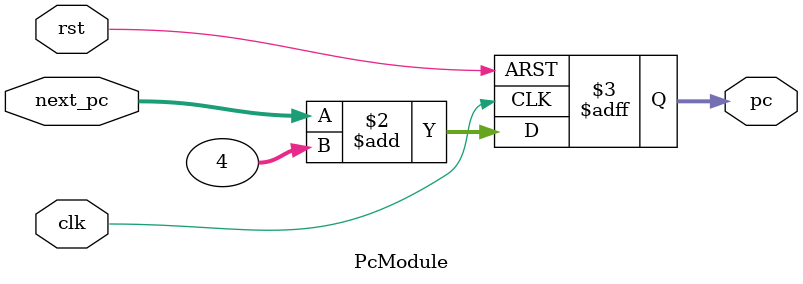
<source format=v>
module PcModule(
    input clk,
    input rst,
    input [31:0] next_pc,
    output reg [31:0] pc
);
    always @(posedge clk or posedge rst) begin
        if (rst)
            pc <= 32'b0; // Reset PC to 0
        else
           // pc <= next_pc; This part is wrong it should be increasing 4 like this: 0  4 8 12..
				pc <= next_pc + 4;
    end
endmodule
</source>
